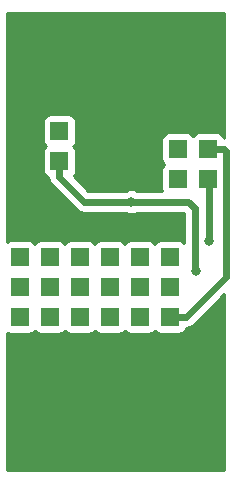
<source format=gbr>
G04 #@! TF.FileFunction,Copper,L1,Top,Signal*
%FSLAX46Y46*%
G04 Gerber Fmt 4.6, Leading zero omitted, Abs format (unit mm)*
G04 Created by KiCad (PCBNEW 4.0.1-stable) date 20. 4. 2016 8:51:44*
%MOMM*%
G01*
G04 APERTURE LIST*
%ADD10C,0.500000*%
%ADD11R,1.524000X1.524000*%
%ADD12C,6.000000*%
%ADD13C,0.800000*%
%ADD14C,0.600000*%
%ADD15C,0.254000*%
G04 APERTURE END LIST*
D10*
D11*
X2857500Y27114500D03*
X2857500Y29654500D03*
X5397500Y27114500D03*
X5397500Y29654500D03*
X7937500Y27114500D03*
X7937500Y29654500D03*
X12192000Y21526500D03*
X14732000Y21526500D03*
X12192000Y18986500D03*
X14732000Y18986500D03*
X12192000Y16446500D03*
X14732000Y16446500D03*
X12192000Y13906500D03*
X14732000Y13906500D03*
X12192000Y11366500D03*
X14732000Y11366500D03*
X7112000Y21526500D03*
X9652000Y21526500D03*
X7112000Y18986500D03*
X9652000Y18986500D03*
X7112000Y16446500D03*
X9652000Y16446500D03*
X7112000Y13906500D03*
X9652000Y13906500D03*
X7112000Y11366500D03*
X9652000Y11366500D03*
X2032000Y21526500D03*
X4572000Y21526500D03*
X2032000Y18986500D03*
X4572000Y18986500D03*
X2032000Y16446500D03*
X4572000Y16446500D03*
X2032000Y13906500D03*
X4572000Y13906500D03*
X2032000Y11366500D03*
X4572000Y11366500D03*
X17970500Y28130500D03*
X15430500Y28130500D03*
X17970500Y25590500D03*
X15430500Y25590500D03*
D12*
X5080000Y35560000D03*
X15240000Y35560000D03*
X15240000Y5080000D03*
X5080000Y5080000D03*
D13*
X16954500Y17780000D03*
X11493500Y23685500D03*
X11493500Y23685500D03*
X18034000Y20383500D03*
D14*
X16891000Y23114000D02*
X16891000Y17843500D01*
X16891000Y17843500D02*
X16954500Y17780000D01*
X14997002Y23685500D02*
X16319500Y23685500D01*
X16319500Y23685500D02*
X16891000Y23114000D01*
X11493500Y23685500D02*
X14997002Y23685500D01*
X11493500Y23685500D02*
X7464500Y23685500D01*
X7464500Y23685500D02*
X5397500Y25752500D01*
X5397500Y25752500D02*
X5397500Y27114500D01*
X18034000Y20383500D02*
X18034000Y25527000D01*
X18034000Y25527000D02*
X17970500Y25590500D01*
X17907000Y25527000D02*
X17970500Y25590500D01*
X17970500Y28130500D02*
X19332500Y28130500D01*
X19332500Y28130500D02*
X19494500Y27968500D01*
X19494500Y17307000D02*
X16094000Y13906500D01*
X19494500Y27968500D02*
X19494500Y17307000D01*
X16094000Y13906500D02*
X14732000Y13906500D01*
D15*
G36*
X19356000Y964000D02*
X964000Y964000D01*
X964000Y12585041D01*
X1018110Y12548069D01*
X1270000Y12497060D01*
X2794000Y12497060D01*
X3029317Y12541338D01*
X3245441Y12680410D01*
X3301374Y12762270D01*
X3345910Y12693059D01*
X3558110Y12548069D01*
X3810000Y12497060D01*
X5334000Y12497060D01*
X5569317Y12541338D01*
X5785441Y12680410D01*
X5841374Y12762270D01*
X5885910Y12693059D01*
X6098110Y12548069D01*
X6350000Y12497060D01*
X7874000Y12497060D01*
X8109317Y12541338D01*
X8325441Y12680410D01*
X8381374Y12762270D01*
X8425910Y12693059D01*
X8638110Y12548069D01*
X8890000Y12497060D01*
X10414000Y12497060D01*
X10649317Y12541338D01*
X10865441Y12680410D01*
X10921374Y12762270D01*
X10965910Y12693059D01*
X11178110Y12548069D01*
X11430000Y12497060D01*
X12954000Y12497060D01*
X13189317Y12541338D01*
X13405441Y12680410D01*
X13461374Y12762270D01*
X13505910Y12693059D01*
X13718110Y12548069D01*
X13970000Y12497060D01*
X15494000Y12497060D01*
X15729317Y12541338D01*
X15945441Y12680410D01*
X16090431Y12892610D01*
X16106927Y12974071D01*
X16451809Y13042673D01*
X16755145Y13245355D01*
X19356000Y15846210D01*
X19356000Y964000D01*
X19356000Y964000D01*
G37*
X19356000Y964000D02*
X964000Y964000D01*
X964000Y12585041D01*
X1018110Y12548069D01*
X1270000Y12497060D01*
X2794000Y12497060D01*
X3029317Y12541338D01*
X3245441Y12680410D01*
X3301374Y12762270D01*
X3345910Y12693059D01*
X3558110Y12548069D01*
X3810000Y12497060D01*
X5334000Y12497060D01*
X5569317Y12541338D01*
X5785441Y12680410D01*
X5841374Y12762270D01*
X5885910Y12693059D01*
X6098110Y12548069D01*
X6350000Y12497060D01*
X7874000Y12497060D01*
X8109317Y12541338D01*
X8325441Y12680410D01*
X8381374Y12762270D01*
X8425910Y12693059D01*
X8638110Y12548069D01*
X8890000Y12497060D01*
X10414000Y12497060D01*
X10649317Y12541338D01*
X10865441Y12680410D01*
X10921374Y12762270D01*
X10965910Y12693059D01*
X11178110Y12548069D01*
X11430000Y12497060D01*
X12954000Y12497060D01*
X13189317Y12541338D01*
X13405441Y12680410D01*
X13461374Y12762270D01*
X13505910Y12693059D01*
X13718110Y12548069D01*
X13970000Y12497060D01*
X15494000Y12497060D01*
X15729317Y12541338D01*
X15945441Y12680410D01*
X16090431Y12892610D01*
X16106927Y12974071D01*
X16451809Y13042673D01*
X16755145Y13245355D01*
X19356000Y15846210D01*
X19356000Y964000D01*
G36*
X19356000Y29060826D02*
X19347967Y29062423D01*
X19335662Y29127817D01*
X19196590Y29343941D01*
X18984390Y29488931D01*
X18732500Y29539940D01*
X17208500Y29539940D01*
X16973183Y29495662D01*
X16757059Y29356590D01*
X16701126Y29274730D01*
X16656590Y29343941D01*
X16444390Y29488931D01*
X16192500Y29539940D01*
X14668500Y29539940D01*
X14433183Y29495662D01*
X14217059Y29356590D01*
X14072069Y29144390D01*
X14021060Y28892500D01*
X14021060Y27368500D01*
X14065338Y27133183D01*
X14204410Y26917059D01*
X14286270Y26861126D01*
X14217059Y26816590D01*
X14072069Y26604390D01*
X14021060Y26352500D01*
X14021060Y24828500D01*
X14060198Y24620500D01*
X11940671Y24620500D01*
X11700277Y24720320D01*
X11288529Y24720679D01*
X11046076Y24620500D01*
X7851790Y24620500D01*
X6594475Y25877815D01*
X6610941Y25888410D01*
X6755931Y26100610D01*
X6806940Y26352500D01*
X6806940Y27876500D01*
X6762662Y28111817D01*
X6623590Y28327941D01*
X6541730Y28383874D01*
X6610941Y28428410D01*
X6755931Y28640610D01*
X6806940Y28892500D01*
X6806940Y30416500D01*
X6762662Y30651817D01*
X6623590Y30867941D01*
X6411390Y31012931D01*
X6159500Y31063940D01*
X4635500Y31063940D01*
X4400183Y31019662D01*
X4184059Y30880590D01*
X4039069Y30668390D01*
X3988060Y30416500D01*
X3988060Y28892500D01*
X4032338Y28657183D01*
X4171410Y28441059D01*
X4253270Y28385126D01*
X4184059Y28340590D01*
X4039069Y28128390D01*
X3988060Y27876500D01*
X3988060Y26352500D01*
X4032338Y26117183D01*
X4171410Y25901059D01*
X4383610Y25756069D01*
X4465071Y25739573D01*
X4533673Y25394691D01*
X4736355Y25091355D01*
X6803355Y23024355D01*
X7106691Y22821673D01*
X7464500Y22750500D01*
X11046329Y22750500D01*
X11286723Y22650680D01*
X11698471Y22650321D01*
X11940924Y22750500D01*
X15932210Y22750500D01*
X15956000Y22726710D01*
X15956000Y20201369D01*
X15745890Y20344931D01*
X15494000Y20395940D01*
X13970000Y20395940D01*
X13734683Y20351662D01*
X13518559Y20212590D01*
X13462626Y20130730D01*
X13418090Y20199941D01*
X13205890Y20344931D01*
X12954000Y20395940D01*
X11430000Y20395940D01*
X11194683Y20351662D01*
X10978559Y20212590D01*
X10922626Y20130730D01*
X10878090Y20199941D01*
X10665890Y20344931D01*
X10414000Y20395940D01*
X8890000Y20395940D01*
X8654683Y20351662D01*
X8438559Y20212590D01*
X8382626Y20130730D01*
X8338090Y20199941D01*
X8125890Y20344931D01*
X7874000Y20395940D01*
X6350000Y20395940D01*
X6114683Y20351662D01*
X5898559Y20212590D01*
X5842626Y20130730D01*
X5798090Y20199941D01*
X5585890Y20344931D01*
X5334000Y20395940D01*
X3810000Y20395940D01*
X3574683Y20351662D01*
X3358559Y20212590D01*
X3302626Y20130730D01*
X3258090Y20199941D01*
X3045890Y20344931D01*
X2794000Y20395940D01*
X1270000Y20395940D01*
X1034683Y20351662D01*
X964000Y20306179D01*
X964000Y39676000D01*
X19356000Y39676000D01*
X19356000Y29060826D01*
X19356000Y29060826D01*
G37*
X19356000Y29060826D02*
X19347967Y29062423D01*
X19335662Y29127817D01*
X19196590Y29343941D01*
X18984390Y29488931D01*
X18732500Y29539940D01*
X17208500Y29539940D01*
X16973183Y29495662D01*
X16757059Y29356590D01*
X16701126Y29274730D01*
X16656590Y29343941D01*
X16444390Y29488931D01*
X16192500Y29539940D01*
X14668500Y29539940D01*
X14433183Y29495662D01*
X14217059Y29356590D01*
X14072069Y29144390D01*
X14021060Y28892500D01*
X14021060Y27368500D01*
X14065338Y27133183D01*
X14204410Y26917059D01*
X14286270Y26861126D01*
X14217059Y26816590D01*
X14072069Y26604390D01*
X14021060Y26352500D01*
X14021060Y24828500D01*
X14060198Y24620500D01*
X11940671Y24620500D01*
X11700277Y24720320D01*
X11288529Y24720679D01*
X11046076Y24620500D01*
X7851790Y24620500D01*
X6594475Y25877815D01*
X6610941Y25888410D01*
X6755931Y26100610D01*
X6806940Y26352500D01*
X6806940Y27876500D01*
X6762662Y28111817D01*
X6623590Y28327941D01*
X6541730Y28383874D01*
X6610941Y28428410D01*
X6755931Y28640610D01*
X6806940Y28892500D01*
X6806940Y30416500D01*
X6762662Y30651817D01*
X6623590Y30867941D01*
X6411390Y31012931D01*
X6159500Y31063940D01*
X4635500Y31063940D01*
X4400183Y31019662D01*
X4184059Y30880590D01*
X4039069Y30668390D01*
X3988060Y30416500D01*
X3988060Y28892500D01*
X4032338Y28657183D01*
X4171410Y28441059D01*
X4253270Y28385126D01*
X4184059Y28340590D01*
X4039069Y28128390D01*
X3988060Y27876500D01*
X3988060Y26352500D01*
X4032338Y26117183D01*
X4171410Y25901059D01*
X4383610Y25756069D01*
X4465071Y25739573D01*
X4533673Y25394691D01*
X4736355Y25091355D01*
X6803355Y23024355D01*
X7106691Y22821673D01*
X7464500Y22750500D01*
X11046329Y22750500D01*
X11286723Y22650680D01*
X11698471Y22650321D01*
X11940924Y22750500D01*
X15932210Y22750500D01*
X15956000Y22726710D01*
X15956000Y20201369D01*
X15745890Y20344931D01*
X15494000Y20395940D01*
X13970000Y20395940D01*
X13734683Y20351662D01*
X13518559Y20212590D01*
X13462626Y20130730D01*
X13418090Y20199941D01*
X13205890Y20344931D01*
X12954000Y20395940D01*
X11430000Y20395940D01*
X11194683Y20351662D01*
X10978559Y20212590D01*
X10922626Y20130730D01*
X10878090Y20199941D01*
X10665890Y20344931D01*
X10414000Y20395940D01*
X8890000Y20395940D01*
X8654683Y20351662D01*
X8438559Y20212590D01*
X8382626Y20130730D01*
X8338090Y20199941D01*
X8125890Y20344931D01*
X7874000Y20395940D01*
X6350000Y20395940D01*
X6114683Y20351662D01*
X5898559Y20212590D01*
X5842626Y20130730D01*
X5798090Y20199941D01*
X5585890Y20344931D01*
X5334000Y20395940D01*
X3810000Y20395940D01*
X3574683Y20351662D01*
X3358559Y20212590D01*
X3302626Y20130730D01*
X3258090Y20199941D01*
X3045890Y20344931D01*
X2794000Y20395940D01*
X1270000Y20395940D01*
X1034683Y20351662D01*
X964000Y20306179D01*
X964000Y39676000D01*
X19356000Y39676000D01*
X19356000Y29060826D01*
M02*

</source>
